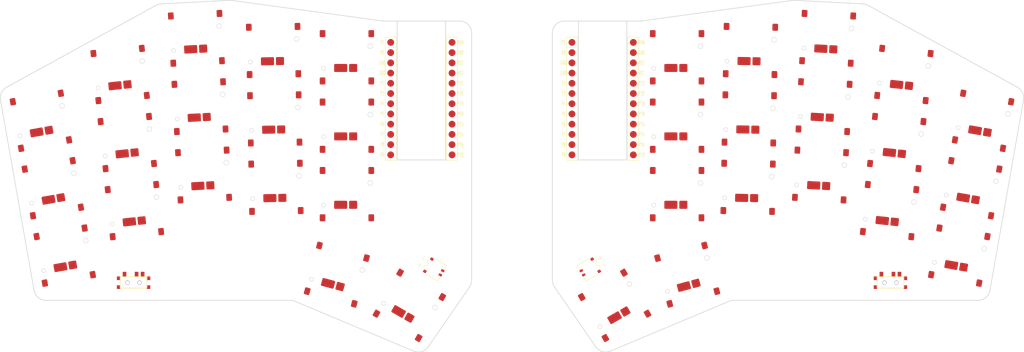
<source format=kicad_pcb>


(kicad_pcb (version 20171130) (host pcbnew 5.1.6)

  (page A3)
  (title_block
    (title "slimsplaydy_unrouted")
    (rev "v1.0.0")
    (company "Unknown")
  )

  (general
    (thickness 1.6)
  )

  (layers
    (0 F.Cu signal)
    (31 B.Cu signal)
    (32 B.Adhes user)
    (33 F.Adhes user)
    (34 B.Paste user)
    (35 F.Paste user)
    (36 B.SilkS user)
    (37 F.SilkS user)
    (38 B.Mask user)
    (39 F.Mask user)
    (40 Dwgs.User user)
    (41 Cmts.User user)
    (42 Eco1.User user)
    (43 Eco2.User user)
    (44 Edge.Cuts user)
    (45 Margin user)
    (46 B.CrtYd user)
    (47 F.CrtYd user)
    (48 B.Fab user)
    (49 F.Fab user)
  )

  (setup
    (last_trace_width 0.25)
    (trace_clearance 0.2)
    (zone_clearance 0.508)
    (zone_45_only no)
    (trace_min 0.2)
    (via_size 0.8)
    (via_drill 0.4)
    (via_min_size 0.4)
    (via_min_drill 0.3)
    (uvia_size 0.3)
    (uvia_drill 0.1)
    (uvias_allowed no)
    (uvia_min_size 0.2)
    (uvia_min_drill 0.1)
    (edge_width 0.05)
    (segment_width 0.2)
    (pcb_text_width 0.3)
    (pcb_text_size 1.5 1.5)
    (mod_edge_width 0.12)
    (mod_text_size 1 1)
    (mod_text_width 0.15)
    (pad_size 1.524 1.524)
    (pad_drill 0.762)
    (pad_to_mask_clearance 0.05)
    (aux_axis_origin 0 0)
    (visible_elements FFFFFF7F)
    (pcbplotparams
      (layerselection 0x010fc_ffffffff)
      (usegerberextensions false)
      (usegerberattributes true)
      (usegerberadvancedattributes true)
      (creategerberjobfile true)
      (excludeedgelayer true)
      (linewidth 0.100000)
      (plotframeref false)
      (viasonmask false)
      (mode 1)
      (useauxorigin false)
      (hpglpennumber 1)
      (hpglpenspeed 20)
      (hpglpendiameter 15.000000)
      (psnegative false)
      (psa4output false)
      (plotreference true)
      (plotvalue true)
      (plotinvisibletext false)
      (padsonsilk false)
      (subtractmaskfromsilk false)
      (outputformat 1)
      (mirror false)
      (drillshape 1)
      (scaleselection 1)
      (outputdirectory ""))
  )

  (net 0 "")
(net 1 "hand_pinky_bottom")
(net 2 "GND")
(net 3 "hand_pinky_home")
(net 4 "hand_pinky_top")
(net 5 "hand_ring_bottom")
(net 6 "hand_ring_home")
(net 7 "hand_ring_top")
(net 8 "hand_middle_bottom")
(net 9 "hand_middle_home")
(net 10 "hand_middle_top")
(net 11 "hand_index_bottom")
(net 12 "hand_index_home")
(net 13 "hand_index_top")
(net 14 "hand_inner_bottom")
(net 15 "hand_inner_home")
(net 16 "hand_inner_top")
(net 17 "thumb_near_fan")
(net 18 "thumb_far_fan")
(net 19 "mirror_hand_pinky_bottom")
(net 20 "mirror_hand_pinky_home")
(net 21 "mirror_hand_pinky_top")
(net 22 "mirror_hand_ring_bottom")
(net 23 "mirror_hand_ring_home")
(net 24 "mirror_hand_ring_top")
(net 25 "mirror_hand_middle_bottom")
(net 26 "mirror_hand_middle_home")
(net 27 "mirror_hand_middle_top")
(net 28 "mirror_hand_index_bottom")
(net 29 "mirror_hand_index_home")
(net 30 "mirror_hand_index_top")
(net 31 "mirror_hand_inner_bottom")
(net 32 "mirror_hand_inner_home")
(net 33 "mirror_hand_inner_top")
(net 34 "mirror_thumb_near_fan")
(net 35 "mirror_thumb_far_fan")
(net 36 "RAW")
(net 37 "RST")
(net 38 "VCC")
(net 39 "P21")
(net 40 "P20")
(net 41 "P19")
(net 42 "P18")
(net 43 "P15")
(net 44 "P14")
(net 45 "P16")
(net 46 "P10")
(net 47 "P1")
(net 48 "P0")
(net 49 "P2")
(net 50 "P3")
(net 51 "P4")
(net 52 "P5")
(net 53 "P6")
(net 54 "P7")
(net 55 "P8")
(net 56 "P9")
(net 57 "P101")
(net 58 "P102")
(net 59 "P107")
(net 60 "MCU1_24")
(net 61 "MCU1_1")
(net 62 "MCU1_23")
(net 63 "MCU1_2")
(net 64 "MCU1_22")
(net 65 "MCU1_3")
(net 66 "MCU1_21")
(net 67 "MCU1_4")
(net 68 "MCU1_20")
(net 69 "MCU1_5")
(net 70 "MCU1_19")
(net 71 "MCU1_6")
(net 72 "MCU1_18")
(net 73 "MCU1_7")
(net 74 "MCU1_17")
(net 75 "MCU1_8")
(net 76 "MCU1_16")
(net 77 "MCU1_9")
(net 78 "MCU1_15")
(net 79 "MCU1_10")
(net 80 "MCU1_14")
(net 81 "MCU1_11")
(net 82 "MCU1_13")
(net 83 "MCU1_12")
(net 84 "BAT_P")
(net 85 "BAT")
(net 86 "MCU2_24")
(net 87 "MCU2_1")
(net 88 "MCU2_23")
(net 89 "MCU2_2")
(net 90 "MCU2_22")
(net 91 "MCU2_3")
(net 92 "MCU2_21")
(net 93 "MCU2_4")
(net 94 "MCU2_20")
(net 95 "MCU2_5")
(net 96 "MCU2_19")
(net 97 "MCU2_6")
(net 98 "MCU2_18")
(net 99 "MCU2_7")
(net 100 "MCU2_17")
(net 101 "MCU2_8")
(net 102 "MCU2_16")
(net 103 "MCU2_9")
(net 104 "MCU2_15")
(net 105 "MCU2_10")
(net 106 "MCU2_14")
(net 107 "MCU2_11")
(net 108 "MCU2_13")
(net 109 "MCU2_12")

  (net_class Default "This is the default net class."
    (clearance 0.2)
    (trace_width 0.25)
    (via_dia 0.8)
    (via_drill 0.4)
    (uvia_dia 0.3)
    (uvia_drill 0.1)
    (add_net "")
(add_net "hand_pinky_bottom")
(add_net "GND")
(add_net "hand_pinky_home")
(add_net "hand_pinky_top")
(add_net "hand_ring_bottom")
(add_net "hand_ring_home")
(add_net "hand_ring_top")
(add_net "hand_middle_bottom")
(add_net "hand_middle_home")
(add_net "hand_middle_top")
(add_net "hand_index_bottom")
(add_net "hand_index_home")
(add_net "hand_index_top")
(add_net "hand_inner_bottom")
(add_net "hand_inner_home")
(add_net "hand_inner_top")
(add_net "thumb_near_fan")
(add_net "thumb_far_fan")
(add_net "mirror_hand_pinky_bottom")
(add_net "mirror_hand_pinky_home")
(add_net "mirror_hand_pinky_top")
(add_net "mirror_hand_ring_bottom")
(add_net "mirror_hand_ring_home")
(add_net "mirror_hand_ring_top")
(add_net "mirror_hand_middle_bottom")
(add_net "mirror_hand_middle_home")
(add_net "mirror_hand_middle_top")
(add_net "mirror_hand_index_bottom")
(add_net "mirror_hand_index_home")
(add_net "mirror_hand_index_top")
(add_net "mirror_hand_inner_bottom")
(add_net "mirror_hand_inner_home")
(add_net "mirror_hand_inner_top")
(add_net "mirror_thumb_near_fan")
(add_net "mirror_thumb_far_fan")
(add_net "RAW")
(add_net "RST")
(add_net "VCC")
(add_net "P21")
(add_net "P20")
(add_net "P19")
(add_net "P18")
(add_net "P15")
(add_net "P14")
(add_net "P16")
(add_net "P10")
(add_net "P1")
(add_net "P0")
(add_net "P2")
(add_net "P3")
(add_net "P4")
(add_net "P5")
(add_net "P6")
(add_net "P7")
(add_net "P8")
(add_net "P9")
(add_net "P101")
(add_net "P102")
(add_net "P107")
(add_net "MCU1_24")
(add_net "MCU1_1")
(add_net "MCU1_23")
(add_net "MCU1_2")
(add_net "MCU1_22")
(add_net "MCU1_3")
(add_net "MCU1_21")
(add_net "MCU1_4")
(add_net "MCU1_20")
(add_net "MCU1_5")
(add_net "MCU1_19")
(add_net "MCU1_6")
(add_net "MCU1_18")
(add_net "MCU1_7")
(add_net "MCU1_17")
(add_net "MCU1_8")
(add_net "MCU1_16")
(add_net "MCU1_9")
(add_net "MCU1_15")
(add_net "MCU1_10")
(add_net "MCU1_14")
(add_net "MCU1_11")
(add_net "MCU1_13")
(add_net "MCU1_12")
(add_net "BAT_P")
(add_net "BAT")
(add_net "MCU2_24")
(add_net "MCU2_1")
(add_net "MCU2_23")
(add_net "MCU2_2")
(add_net "MCU2_22")
(add_net "MCU2_3")
(add_net "MCU2_21")
(add_net "MCU2_4")
(add_net "MCU2_20")
(add_net "MCU2_5")
(add_net "MCU2_19")
(add_net "MCU2_6")
(add_net "MCU2_18")
(add_net "MCU2_7")
(add_net "MCU2_17")
(add_net "MCU2_8")
(add_net "MCU2_16")
(add_net "MCU2_9")
(add_net "MCU2_15")
(add_net "MCU2_10")
(add_net "MCU2_14")
(add_net "MCU2_11")
(add_net "MCU2_13")
(add_net "MCU2_12")
  )

  (footprint "PG1316S" (layer "F.Cu") (at 106.5683287 143.6773863 10))
(footprint "PG1316S" (layer "F.Cu") (at 103.6163096 126.9356545 10))
(footprint "PG1316S" (layer "F.Cu") (at 100.6642906 110.1939227 10))
(footprint "PG1316S" (layer "F.Cu") (at 123.8904906 132.4996089 6))
(footprint "PG1316S" (layer "F.Cu") (at 122.1135067 115.5927366 6))
(footprint "PG1316S" (layer "F.Cu") (at 120.3365229 98.6858643 6))
(footprint "PG1316S" (layer "F.Cu") (at 141.0601854 123.6564433 3))
(footprint "PG1316S" (layer "F.Cu") (at 140.1704741 106.6797412 3))
(footprint "PG1316S" (layer "F.Cu") (at 139.2807628 89.7030391 3))
(footprint "PG1316S" (layer "F.Cu") (at 159.0451349 126.7193814 1))
(footprint "PG1316S" (layer "F.Cu") (at 158.748444 109.7219706 1))
(footprint "PG1316S" (layer "F.Cu") (at 158.4517531 92.7245597 1))
(footprint "PG1316S" (layer "F.Cu") (at 176.6773593 128.4119143 0))
(footprint "PG1316S" (layer "F.Cu") (at 176.6773593 111.4119143 0))
(footprint "PG1316S" (layer "F.Cu") (at 176.6773593 94.4119144 0))
(footprint "PG1316S" (layer "F.Cu") (at 174.1773593 148.4119143 -15))
(footprint "PG1316S" (layer "F.Cu") (at 192.1961746 156.0438888 -30))
(footprint "PG1316S" (layer "F.Cu") (at 328.8240205 143.6773863 -10))
(footprint "PG1316S" (layer "F.Cu") (at 331.7760396 126.9356545 -10))
(footprint "PG1316S" (layer "F.Cu") (at 334.7280586 110.1939227 -10))
(footprint "PG1316S" (layer "F.Cu") (at 311.5018586 132.4996089 -6))
(footprint "PG1316S" (layer "F.Cu") (at 313.2788425 115.5927366 -6))
(footprint "PG1316S" (layer "F.Cu") (at 315.05582630000004 98.6858643 -6))
(footprint "PG1316S" (layer "F.Cu") (at 294.3321638 123.6564433 -3))
(footprint "PG1316S" (layer "F.Cu") (at 295.22187510000003 106.6797412 -3))
(footprint "PG1316S" (layer "F.Cu") (at 296.1115864 89.7030391 -3))
(footprint "PG1316S" (layer "F.Cu") (at 276.3472143 126.7193814 -1))
(footprint "PG1316S" (layer "F.Cu") (at 276.6439052 109.7219706 -1))
(footprint "PG1316S" (layer "F.Cu") (at 276.9405961 92.7245597 -1))
(footprint "PG1316S" (layer "F.Cu") (at 258.7149899 128.4119143 0))
(footprint "PG1316S" (layer "F.Cu") (at 258.7149899 111.4119143 0))
(footprint "PG1316S" (layer "F.Cu") (at 258.7149899 94.4119144 0))
(footprint "PG1316S" (layer "F.Cu") (at 261.2149899 148.4119143 15))
(footprint "PG1316S" (layer "F.Cu") (at 243.1961746 156.0438888 30))

    
    
  (footprint "ceoloide:mcu_nice_nano" (layer "F.Cu") (at 195.1773593 103.4119144 0))

  
  
    

        
        (module E73:SPDT_C128955 (layer F.Cu) (tstamp 5BF2CC3C)

            (at 123.6773593 150.4119143 180)

            
            (fp_text reference "T1" (at 0 0) (layer F.SilkS) hide (effects (font (size 1.27 1.27) (thickness 0.15))))
            (fp_text value "" (at 0 0) (layer F.SilkS) hide (effects (font (size 1.27 1.27) (thickness 0.15))))
            
            
            (fp_line (start 1.95 -1.35) (end -1.95 -1.35) (layer F.SilkS) (width 0.15))
            (fp_line (start 0 -1.35) (end -3.3 -1.35) (layer F.SilkS) (width 0.15))
            (fp_line (start -3.3 -1.35) (end -3.3 1.5) (layer F.SilkS) (width 0.15))
            (fp_line (start -3.3 1.5) (end 3.3 1.5) (layer F.SilkS) (width 0.15))
            (fp_line (start 3.3 1.5) (end 3.3 -1.35) (layer F.SilkS) (width 0.15))
            (fp_line (start 0 -1.35) (end 3.3 -1.35) (layer F.SilkS) (width 0.15))
            
            
            (fp_line (start -1.95 -3.85) (end 1.95 -3.85) (layer Dwgs.User) (width 0.15))
            (fp_line (start 1.95 -3.85) (end 1.95 -1.35) (layer Dwgs.User) (width 0.15))
            (fp_line (start -1.95 -1.35) (end -1.95 -3.85) (layer Dwgs.User) (width 0.15))
            
            
            (pad "" np_thru_hole circle (at 1.5 0) (size 1 1) (drill 0.9) (layers *.Cu *.Mask))
            (pad "" np_thru_hole circle (at -1.5 0) (size 1 1) (drill 0.9) (layers *.Cu *.Mask))

            
            (pad 1 smd rect (at 2.25 2.075 180) (size 0.9 1.25) (layers F.Cu F.Paste F.Mask) (net 84 "BAT_P"))
            (pad 2 smd rect (at -0.75 2.075 180) (size 0.9 1.25) (layers F.Cu F.Paste F.Mask) (net 85 "BAT"))
            (pad 3 smd rect (at -2.25 2.075 180) (size 0.9 1.25) (layers F.Cu F.Paste F.Mask))
            
            
            (pad "" smd rect (at 3.7 -1.1 180) (size 0.9 0.9) (layers F.Cu F.Paste F.Mask))
            (pad "" smd rect (at 3.7 1.1 180) (size 0.9 0.9) (layers F.Cu F.Paste F.Mask))
            (pad "" smd rect (at -3.7 1.1 180) (size 0.9 0.9) (layers F.Cu F.Paste F.Mask))
            (pad "" smd rect (at -3.7 -1.1 180) (size 0.9 0.9) (layers F.Cu F.Paste F.Mask))
        )
        
        

  (footprint "ceoloide:battery_connector_molex_pico_ezmate_1x02" (layer "F.Cu") (at 198.56220000000002 147.0176094 -120))
    

    
    
  (footprint "ceoloide:mcu_nice_nano" (layer "F.Cu") (at 240.21498989999998 103.4119144 0))

  
  
    

        
        (module E73:SPDT_C128955 (layer F.Cu) (tstamp 5BF2CC3C)

            (at 311.7149899 150.4119143 -180)

            
            (fp_text reference "T2" (at 0 0) (layer F.SilkS) hide (effects (font (size 1.27 1.27) (thickness 0.15))))
            (fp_text value "" (at 0 0) (layer F.SilkS) hide (effects (font (size 1.27 1.27) (thickness 0.15))))
            
            
            (fp_line (start 1.95 -1.35) (end -1.95 -1.35) (layer F.SilkS) (width 0.15))
            (fp_line (start 0 -1.35) (end -3.3 -1.35) (layer F.SilkS) (width 0.15))
            (fp_line (start -3.3 -1.35) (end -3.3 1.5) (layer F.SilkS) (width 0.15))
            (fp_line (start -3.3 1.5) (end 3.3 1.5) (layer F.SilkS) (width 0.15))
            (fp_line (start 3.3 1.5) (end 3.3 -1.35) (layer F.SilkS) (width 0.15))
            (fp_line (start 0 -1.35) (end 3.3 -1.35) (layer F.SilkS) (width 0.15))
            
            
            (fp_line (start -1.95 -3.85) (end 1.95 -3.85) (layer Dwgs.User) (width 0.15))
            (fp_line (start 1.95 -3.85) (end 1.95 -1.35) (layer Dwgs.User) (width 0.15))
            (fp_line (start -1.95 -1.35) (end -1.95 -3.85) (layer Dwgs.User) (width 0.15))
            
            
            (pad "" np_thru_hole circle (at 1.5 0) (size 1 1) (drill 0.9) (layers *.Cu *.Mask))
            (pad "" np_thru_hole circle (at -1.5 0) (size 1 1) (drill 0.9) (layers *.Cu *.Mask))

            
            (pad 1 smd rect (at 2.25 2.075 -180) (size 0.9 1.25) (layers F.Cu F.Paste F.Mask) (net 85 "BAT"))
            (pad 2 smd rect (at -0.75 2.075 -180) (size 0.9 1.25) (layers F.Cu F.Paste F.Mask) (net 84 "BAT_P"))
            (pad 3 smd rect (at -2.25 2.075 -180) (size 0.9 1.25) (layers F.Cu F.Paste F.Mask))
            
            
            (pad "" smd rect (at 3.7 -1.1 -180) (size 0.9 0.9) (layers F.Cu F.Paste F.Mask))
            (pad "" smd rect (at 3.7 1.1 -180) (size 0.9 0.9) (layers F.Cu F.Paste F.Mask))
            (pad "" smd rect (at -3.7 1.1 -180) (size 0.9 0.9) (layers F.Cu F.Paste F.Mask))
            (pad "" smd rect (at -3.7 -1.1 -180) (size 0.9 0.9) (layers F.Cu F.Paste F.Mask))
        )
        
        

  (footprint "ceoloide:battery_connector_molex_pico_ezmate_1x02" (layer "F.Cu") (at 236.8301492 147.0176094 120))
    
  (gr_line (start 207.14497055322138 151.4819172524907) (end 196.8743150753798 166.33654197888677) (angle 90) (layer Edge.Cuts) (width 0.15))
(gr_line (start 193.2463716014506 167.39692686060272) (end 163.71171454116796 155.0095167067306) (angle 90) (layer Edge.Cuts) (width 0.15))
(gr_line (start 162.55058342048673 154.77603615610332) (end 101.90742581681184 154.79218459658966) (angle 90) (layer Edge.Cuts) (width 0.15))
(gr_line (start 98.95220363092409 152.3131292764732) (end 90.61156255219102 105.01100333888701) (angle 90) (layer Edge.Cuts) (width 0.15))
(gr_line (start 92.12349826122507 101.85961590116315) (end 129.22108122867328 81.51597017246681) (angle 90) (layer Edge.Cuts) (width 0.15))
(gr_line (start 130.50656080060108 81.15052443580738) (end 147.51504570837903 80.25914752326048) (angle 90) (layer Edge.Cuts) (width 0.15))
(gr_line (start 148.07755649811176 80.28256782932584) (end 185.4755427700766 85.38438268843433) (angle 90) (layer Edge.Cuts) (width 0.15))
(gr_line (start 185.88104555485685 85.4119144) (end 204.6773593 85.4119144) (angle 90) (layer Edge.Cuts) (width 0.15))
(gr_line (start 207.6773593 88.4119144) (end 207.6773593 149.775782784834) (angle 90) (layer Edge.Cuts) (width 0.15))
(gr_arc (start 194.40670382215845 164.63040751122998) (end 193.24637162215845 167.39692681122997) (angle -78.09370552674409) (layer Edge.Cuts) (width 0.15))
(gr_arc (start 162.55138232046008 157.77603605610335) (end 163.71171452046008 155.00951675610335) (angle -22.76938590082807) (layer Edge.Cuts) (width 0.15))
(gr_arc (start 101.90662691683843 151.79218469658963) (end 98.95220361683843 152.31312929658964) (angle -80.01525707307042) (layer Edge.Cuts) (width 0.15))
(gr_arc (start 93.56598583810536 104.49005875900332) (end 92.12349823810536 101.85961585900331) (angle -71.26042897748013) (layer Edge.Cuts) (width 0.15))
(gr_arc (start 130.66356880555355 84.14641303030704) (end 130.50656080555356 81.15052443030704) (angle -25.739569207300832) (layer Edge.Cuts) (width 0.15))
(gr_arc (start 147.6720537133315 83.25503611776017) (end 148.0775565133315 80.28256791776018) (angle -10.76831370557288) (layer Edge.Cuts) (width 0.15))
(gr_arc (start 185.88104555485685 82.4119144) (end 185.47554275485686 85.3843826) (angle -7.768311097698927) (layer Edge.Cuts) (width 0.15))
(gr_arc (start 204.6773593 88.4119144) (end 207.6773593 88.4119144) (angle -90) (layer Edge.Cuts) (width 0.15))
(gr_arc (start 204.6773593 149.775782784834) (end 207.1449705 151.481917284834) (angle -34.660422508358295) (layer Edge.Cuts) (width 0.15))
(gr_line (start 189.1773593 85.4119144) (end 189.1773593 119.9119144) (angle 90) (layer Edge.Cuts) (width 0.15))
(gr_line (start 189.1773593 119.9119144) (end 201.1773593 119.9119144) (angle 90) (layer Edge.Cuts) (width 0.15))
(gr_line (start 201.1773593 119.9119144) (end 201.1773593 85.4119144) (angle 90) (layer Edge.Cuts) (width 0.15))
(gr_line (start 228.24737864677866 151.48191725249077) (end 238.5180341246201 166.33654197888657) (angle 90) (layer Edge.Cuts) (width 0.15))
(gr_line (start 242.14597759854942 167.39692686060275) (end 271.68063465883205 155.0095167067306) (angle 90) (layer Edge.Cuts) (width 0.15))
(gr_line (start 272.8417657795135 154.77603615610332) (end 333.4849233831881 154.79218459658964) (angle 90) (layer Edge.Cuts) (width 0.15))
(gr_line (start 336.4401455690759 152.31312927647286) (end 344.780786647809 105.0110033388869) (angle 90) (layer Edge.Cuts) (width 0.15))
(gr_line (start 343.2688509387749 101.85961590116315) (end 306.17126797132687 81.51597017246687) (angle 90) (layer Edge.Cuts) (width 0.15))
(gr_line (start 304.8857883993992 81.1505244358074) (end 287.87730349162115 80.25914752326051) (angle 90) (layer Edge.Cuts) (width 0.15))
(gr_line (start 287.31479270188834 80.28256782932584) (end 249.91680642992335 85.38438268843433) (angle 90) (layer Edge.Cuts) (width 0.15))
(gr_line (start 230.71498989999998 85.4119144) (end 249.51130364514313 85.4119144) (angle 90) (layer Edge.Cuts) (width 0.15))
(gr_line (start 227.71498989999998 88.4119144) (end 227.71498989999998 149.77578278483404) (angle 90) (layer Edge.Cuts) (width 0.15))
(gr_arc (start 240.9856453778415 164.6304075112299) (end 238.5180341778415 166.33654201122988) (angle -78.09370552674662) (layer Edge.Cuts) (width 0.15))
(gr_arc (start 272.84096687954 157.77603605610335) (end 272.84176577954 154.77603615610334) (angle -22.769385900831736) (layer Edge.Cuts) (width 0.15))
(gr_arc (start 333.4857222831615 151.79218469658963) (end 333.4849233831615 154.79218459658964) (angle -80.01525707307701) (layer Edge.Cuts) (width 0.15))
(gr_arc (start 341.82636336189466 104.4900587590032) (end 344.78078666189464 105.01100335900321) (angle -71.26042897747999) (layer Edge.Cuts) (width 0.15))
(gr_arc (start 304.7287803944465 84.14641303030707) (end 306.1712679944465 81.51597013030707) (angle -25.739569207298715) (layer Edge.Cuts) (width 0.15))
(gr_arc (start 287.72029548666853 83.25503611776017) (end 287.87730348666855 80.25914751776017) (angle -10.768313705574556) (layer Edge.Cuts) (width 0.15))
(gr_arc (start 249.51130364514313 82.4119144) (end 249.51130364514313 85.4119144) (angle -7.7683110976983585) (layer Edge.Cuts) (width 0.15))
(gr_arc (start 230.71498989999998 88.4119144) (end 230.71498989999998 85.4119144) (angle -90) (layer Edge.Cuts) (width 0.15))
(gr_arc (start 230.71498989999998 149.77578278483404) (end 227.71498989999998 149.77578278483404) (angle -34.660422508359744) (layer Edge.Cuts) (width 0.15))
(gr_line (start 246.21498989999998 85.4119144) (end 246.21498989999998 119.9119144) (angle 90) (layer Edge.Cuts) (width 0.15))
(gr_line (start 246.21498989999998 119.9119144) (end 234.21498989999998 119.9119144) (angle 90) (layer Edge.Cuts) (width 0.15))
(gr_line (start 234.21498989999998 119.9119144) (end 234.21498989999998 85.4119144) (angle 90) (layer Edge.Cuts) (width 0.15))

)


</source>
